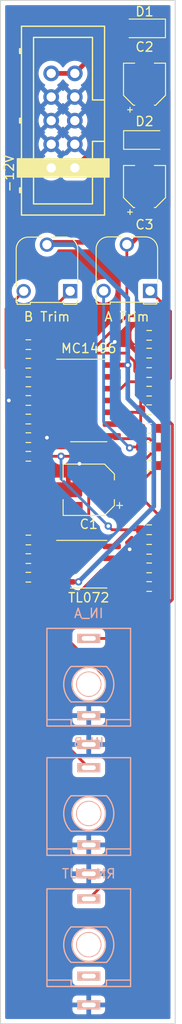
<source format=kicad_pcb>
(kicad_pcb (version 20210228) (generator pcbnew)
  (layers (0 "F.Cu" signal) (31 "B.Cu" signal) (34 "B.Paste" user) (35 "F.Paste" user) (36 "B.SilkS" user "B.Silkscreen") (37 "F.SilkS" user "F.Silkscreen") (38 "B.Mask" user) (39 "F.Mask" user) (44 "Edge.Cuts" user))
  (net 0 "")
  (net 1 "GND")
  (net 2 "Net-(C1-Pad1)")
  (net 3 "/A_IN")
  (net 4 "Net-(R16-Pad2)")
  (net 6 "+12V")
  (net 7 "VCC")
  (net 8 "Net-(R11-Pad1)")
  (net 9 "Net-(R3-Pad1)")
  (net 10 "Net-(R4-Pad2)")
  (net 11 "Net-(R4-Pad1)")
  (net 12 "Net-(R12-Pad1)")
  (net 13 "Net-(R13-Pad2)")
  (net 14 "Net-(R12-Pad2)")
  (net 15 "Net-(R15-Pad2)")
  (net 16 "Net-(R10-Pad2)")
  (net 17 "Net-(R10-Pad1)")
  (net 18 "Net-(R15-Pad1)")
  (net 19 "Net-(R16-Pad1)")
  (net 20 "Net-(R17-Pad2)")
  (net 21 "Net-(R20-Pad1)")
  (net 22 "Net-(R21-Pad2)")
  (net 23 "Net-(R21-Pad1)")
  (net 24 "VEE")
  (net 29 "Net-(U1-Pad2)")
  (net 30 "-12V")
  (net 31 "Net-(J3-Pad3)")
  (footprint "Resistor_SMD:R_0603_1608Metric_Pad0.98x0.95mm_HandSolder" (layer "F.Cu") (at 139 95 180)
    (fp_text reference "R12" hide)
    (fp_text value "15K")
    (fp_line (start -0.254724 -0.5225) (end 0.254724 -0.5225) (layer "F.SilkS") (width 0.12))
    (fp_line (start -0.254724 0.5225) (end 0.254724 0.5225) (layer "F.SilkS") (width 0.12))
    (pad "1" smd roundrect (at -0.9125 0 180) (size 0.975 0.95) (layers "F.Cu" "F.Paste" "F.Mask") (net 12 "Net-(R12-Pad1)"))
    (pad "2" smd roundrect (at 0.9125 0 180) (size 0.975 0.95) (layers "F.Cu" "F.Paste" "F.Mask") (net 14 "Net-(R12-Pad2)"))
  )
  (footprint "Package_SO:SOIC-14_3.9x8.7mm_P1.27mm" (layer "F.Cu") (at 145.5 80)
    (fp_text reference "U1" hide)
    (fp_text value "MC1496" (at 0 -5.6) (layer "F.SilkS"))
    (fp_line (start 0 -4.435) (end 1.95 -4.435) (layer "F.SilkS") (width 0.12))
    (fp_line (start 0 4.435) (end 1.95 4.435) (layer "F.SilkS") (width 0.12))
    (fp_line (start 0 -4.435) (end -3.45 -4.435) (layer "F.SilkS") (width 0.12))
    (fp_line (start 0 4.435) (end -1.95 4.435) (layer "F.SilkS") (width 0.12))
    (pad "1" smd roundrect (at -2.475 -3.81) (size 1.95 0.6) (layers "F.Cu" "F.Paste" "F.Mask") (net 22 "Net-(R21-Pad2)"))
    (pad "2" smd roundrect (at -2.475 -2.54) (size 1.95 0.6) (layers "F.Cu" "F.Paste" "F.Mask") (net 29 "Net-(U1-Pad2)"))
    (pad "3" smd roundrect (at -2.475 -1.27) (size 1.95 0.6) (layers "F.Cu" "F.Paste" "F.Mask") (net 29 "Net-(U1-Pad2)"))
    (pad "4" smd roundrect (at -2.475 0) (size 1.95 0.6) (layers "F.Cu" "F.Paste" "F.Mask") (net 19 "Net-(R16-Pad1)"))
    (pad "5" smd roundrect (at -2.475 1.27) (size 1.95 0.6) (layers "F.Cu" "F.Paste" "F.Mask") (net 20 "Net-(R17-Pad2)"))
    (pad "6" smd roundrect (at -2.475 2.54) (size 1.95 0.6) (layers "F.Cu" "F.Paste" "F.Mask") (net 14 "Net-(R12-Pad2)"))
    (pad "7" smd roundrect (at -2.475 3.81) (size 1.95 0.6) (layers "F.Cu" "F.Paste" "F.Mask"))
    (pad "8" smd roundrect (at 2.475 3.81) (size 1.95 0.6) (layers "F.Cu" "F.Paste" "F.Mask") (net 10 "Net-(R4-Pad2)"))
    (pad "9" smd roundrect (at 2.475 2.54) (size 1.95 0.6) (layers "F.Cu" "F.Paste" "F.Mask"))
    (pad "10" smd roundrect (at 2.475 1.27) (size 1.95 0.6) (layers "F.Cu" "F.Paste" "F.Mask") (net 8 "Net-(R11-Pad1)"))
    (pad "11" smd roundrect (at 2.475 0) (size 1.95 0.6) (layers "F.Cu" "F.Paste" "F.Mask"))
    (pad "12" smd roundrect (at 2.475 -1.27) (size 1.95 0.6) (layers "F.Cu" "F.Paste" "F.Mask") (net 15 "Net-(R15-Pad2)"))
    (pad "13" smd roundrect (at 2.475 -2.54) (size 1.95 0.6) (layers "F.Cu" "F.Paste" "F.Mask"))
    (pad "14" smd roundrect (at 2.475 -3.81) (size 1.95 0.6) (layers "F.Cu" "F.Paste" "F.Mask") (net 24 "VEE"))
  )
  (footprint "Resistor_SMD:R_0603_1608Metric_Pad0.98x0.95mm_HandSolder" (layer "F.Cu") (at 152 87)
    (fp_text reference "R5" hide)
    (fp_text value "2K7")
    (fp_line (start -0.254724 0.5225) (end 0.254724 0.5225) (layer "F.SilkS") (width 0.12))
    (fp_line (start -0.254724 -0.5225) (end 0.254724 -0.5225) (layer "F.SilkS") (width 0.12))
    (pad "1" smd roundrect (at -0.9125 0) (size 0.975 0.95) (layers "F.Cu" "F.Paste" "F.Mask") (net 10 "Net-(R4-Pad2)"))
    (pad "2" smd roundrect (at 0.9125 0) (size 0.975 0.95) (layers "F.Cu" "F.Paste" "F.Mask") (net 2 "Net-(C1-Pad1)"))
  )
  (footprint "Resistor_SMD:R_0603_1608Metric_Pad0.98x0.95mm_HandSolder" (layer "F.Cu") (at 139 76)
    (fp_text reference "R21" hide)
    (fp_text value "6K8")
    (fp_line (start -0.254724 -0.5225) (end 0.254724 -0.5225) (layer "F.SilkS") (width 0.12))
    (fp_line (start -0.254724 0.5225) (end 0.254724 0.5225) (layer "F.SilkS") (width 0.12))
    (pad "1" smd roundrect (at -0.9125 0) (size 0.975 0.95) (layers "F.Cu" "F.Paste" "F.Mask") (net 23 "Net-(R21-Pad1)"))
    (pad "2" smd roundrect (at 0.9125 0) (size 0.975 0.95) (layers "F.Cu" "F.Paste" "F.Mask") (net 22 "Net-(R21-Pad2)"))
  )
  (footprint "Resistor_SMD:R_0603_1608Metric_Pad0.98x0.95mm_HandSolder" (layer "F.Cu") (at 152 100)
    (fp_text reference "R14" hide)
    (fp_text value "470")
    (fp_line (start -0.254724 0.5225) (end 0.254724 0.5225) (layer "F.SilkS") (width 0.12))
    (fp_line (start -0.254724 -0.5225) (end 0.254724 -0.5225) (layer "F.SilkS") (width 0.12))
    (pad "1" smd roundrect (at -0.9125 0) (size 0.975 0.95) (layers "F.Cu" "F.Paste" "F.Mask") (net 31 "Net-(J3-Pad3)"))
    (pad "2" smd roundrect (at 0.9125 0) (size 0.975 0.95) (layers "F.Cu" "F.Paste" "F.Mask") (net 17 "Net-(R10-Pad1)"))
  )
  (footprint "Resistor_SMD:R_0603_1608Metric_Pad0.98x0.95mm_HandSolder" (layer "F.Cu") (at 139 99 180)
    (fp_text reference "R13" hide)
    (fp_text value "10K")
    (fp_line (start -0.254724 -0.5225) (end 0.254724 -0.5225) (layer "F.SilkS") (width 0.12))
    (fp_line (start -0.254724 0.5225) (end 0.254724 0.5225) (layer "F.SilkS") (width 0.12))
    (pad "1" smd roundrect (at -0.9125 0 180) (size 0.975 0.95) (layers "F.Cu" "F.Paste" "F.Mask") (net 16 "Net-(R10-Pad2)"))
    (pad "2" smd roundrect (at 0.9125 0 180) (size 0.975 0.95) (layers "F.Cu" "F.Paste" "F.Mask") (net 13 "Net-(R13-Pad2)"))
  )
  (footprint "Resistor_SMD:R_0603_1608Metric_Pad0.98x0.95mm_HandSolder" (layer "F.Cu") (at 152 74.91178)
    (fp_text reference "R18" hide)
    (fp_text value "15K")
    (fp_line (start -0.254724 -0.5225) (end 0.254724 -0.5225) (layer "F.SilkS") (width 0.12))
    (fp_line (start -0.254724 0.5225) (end 0.254724 0.5225) (layer "F.SilkS") (width 0.12))
    (pad "1" smd roundrect (at -0.9125 0) (size 0.975 0.95) (layers "F.Cu" "F.Paste" "F.Mask") (net 1 "GND"))
    (pad "2" smd roundrect (at 0.9125 0) (size 0.975 0.95) (layers "F.Cu" "F.Paste" "F.Mask") (net 18 "Net-(R15-Pad1)"))
  )
  (footprint "Capacitor_SMD:CP_Elec_4x5.8" (layer "F.Cu") (at 151.5 57 90)
    (fp_text reference "C3" (at -4.1 0 180) (layer "F.SilkS"))
    (fp_text value "22uF")
    (fp_line (start 2.26 -2.26) (end 2.26 -1.06) (layer "F.SilkS") (width 0.12))
    (fp_line (start -1.195563 2.26) (end 2.26 2.26) (layer "F.SilkS") (width 0.12))
    (fp_line (start -2.26 1.195563) (end -2.26 1.06) (layer "F.SilkS") (width 0.12))
    (fp_line (start -2.26 -1.195563) (end -1.195563 -2.26) (layer "F.SilkS") (width 0.12))
    (fp_line (start -2.26 -1.195563) (end -2.26 -1.06) (layer "F.SilkS") (width 0.12))
    (fp_line (start -1.195563 -2.26) (end 2.26 -2.26) (layer "F.SilkS") (width 0.12))
    (fp_line (start -3 -1.56) (end -2.5 -1.56) (layer "F.SilkS") (width 0.12))
    (fp_line (start -2.75 -1.81) (end -2.75 -1.31) (layer "F.SilkS") (width 0.12))
    (fp_line (start 2.26 2.26) (end 2.26 1.06) (layer "F.SilkS") (width 0.12))
    (fp_line (start -2.26 1.195563) (end -1.195563 2.26) (layer "F.SilkS") (width 0.12))
    (pad "1" smd roundrect (at -1.8 0 90) (size 2.6 1.6) (layers "F.Cu" "F.Paste" "F.Mask") (roundrect_rratio 0.15625) (net 24 "VEE"))
    (pad "2" smd roundrect (at 1.8 0 90) (size 2.6 1.6) (layers "F.Cu" "F.Paste" "F.Mask") (roundrect_rratio 0.15625) (net 1 "GND"))
  )
  (footprint "Diode_SMD:D_SOD-123" (layer "F.Cu") (at 151.5 40 180)
    (fp_text reference "D1" (at 0 1.8) (layer "F.SilkS"))
    (fp_text value "1N5819")
    (fp_line (start -2.25 1) (end 1.65 1) (layer "F.SilkS") (width 0.12))
    (fp_line (start -2.25 -1) (end -2.25 1) (layer "F.SilkS") (width 0.12))
    (fp_line (start -2.25 -1) (end 1.65 -1) (layer "F.SilkS") (width 0.12))
    (pad "1" smd roundrect (at -1.65 0 180) (size 0.9 1.2) (layers "F.Cu" "F.Paste" "F.Mask") (net 7 "VCC"))
    (pad "2" smd roundrect (at 1.65 0 180) (size 0.9 1.2) (layers "F.Cu" "F.Paste" "F.Mask") (net 6 "+12V"))
  )
  (footprint "Resistor_SMD:R_0603_1608Metric_Pad0.98x0.95mm_HandSolder" (layer "F.Cu") (at 139 97)
    (fp_text reference "R6" hide)
    (fp_text value "15K")
    (fp_line (start -0.254724 0.5225) (end 0.254724 0.5225) (layer "F.SilkS") (width 0.12))
    (fp_line (start -0.254724 -0.5225) (end 0.254724 -0.5225) (layer "F.SilkS") (width 0.12))
    (pad "1" smd roundrect (at -0.9125 0) (size 0.975 0.95) (layers "F.Cu" "F.Paste" "F.Mask") (net 13 "Net-(R13-Pad2)"))
    (pad "2" smd roundrect (at 0.9125 0) (size 0.975 0.95) (layers "F.Cu" "F.Paste" "F.Mask") (net 12 "Net-(R12-Pad1)"))
  )
  (footprint "Custom_Footprints:Eurorack_10_pin_header" (layer "F.Cu") (at 144 55 90)
    (fp_text reference "J4" hide)
    (fp_text value "Eurorack_10_pin_power")
    (fp_text user "-12V" (at -0.6 -7.0625 270) (layer "F.SilkS"))
    (fp_line (start 12.31 -5.94) (end 12.81 -5.94) (layer "F.SilkS") (width 0.15))
    (fp_line (start 12.31 -5.84) (end 12.81 -5.84) (layer "F.SilkS") (width 0.15))
    (fp_line (start 2.855 1.9) (end -3.87 1.9) (layer "F.SilkS") (width 0.15))
    (fp_line (start 12.81 -5.94) (end 12.81 -5.74) (layer "F.SilkS") (width 0.15))
    (fp_line (start -3.87 -4.44) (end 14.03 -4.44) (layer "F.SilkS") (width 0.15))
    (fp_line (start 7.305 1.9) (end 7.305 3.2) (layer "F.SilkS") (width 0.15))
    (fp_line (start 14.03 -4.44) (end 14.03 1.9) (layer "F.SilkS") (width 0.15))
    (fp_line (start 12.31 -5.74) (end 12.31 -5.94) (layer "F.SilkS") (width 0.15))
    (fp_line (start 14.03 1.9) (end 7.305 1.9) (layer "F.SilkS") (width 0.15))
    (fp_line (start -2.15 -5.94) (end -2.15 -5.74) (layer "F.SilkS") (width 0.15))
    (fp_line (start 2.855 3.2) (end 2.855 1.9) (layer "F.SilkS") (width 0.15))
    (fp_line (start -5.07 -5.74) (end 15.23 -5.74) (layer "F.SilkS") (width 0.15))
    (fp_line (start -2.65 -5.74) (end -2.65 -5.94) (layer "F.SilkS") (width 0.15))
    (fp_line (start 15.23 -5.74) (end 15.23 3.2) (layer "F.SilkS") (width 0.15))
    (fp_line (start 4.83 -5.84) (end 5.33 -5.84) (layer "F.SilkS") (width 0.15))
    (fp_line (start 4.83 -5.94) (end 5.33 -5.94) (layer "F.SilkS") (width 0.15))
    (fp_line (start -3.87 1.9) (end -3.87 -4.44) (layer "F.SilkS") (width 0.15))
    (fp_line (start -2.65 -5.84) (end -2.15 -5.84) (layer "F.SilkS") (width 0.15))
    (fp_line (start 15.23 3.2) (end -5.07 3.2) (layer "F.SilkS") (width 0.15))
    (fp_line (start -2.65 -5.94) (end -2.15 -5.94) (layer "F.SilkS") (width 0.15))
    (fp_line (start -5.07 3.2) (end -5.07 -5.74) (layer "F.SilkS") (width 0.15))
    (fp_line (start 5.33 -5.94) (end 5.33 -5.74) (layer "F.SilkS") (width 0.15))
    (fp_line (start 4.83 -5.74) (end 4.83 -5.94) (layer "F.SilkS") (width 0.15))
    (fp_poly (pts (xy -1 -6.2) (xy 1 -6.2) (xy 1 3.7) (xy -1 3.7)) (layer "F.SilkS") (width 0.1) (fill solid))
    (pad "1" thru_hole rect (at 0 0 90) (size 1.7 1.7) (drill 1) (layers *.Cu *.Mask) (net 30 "-12V"))
    (pad "2" thru_hole circle (at 0 -2.54 90) (size 1.7 1.7) (drill 1) (layers *.Cu *.Mask) (net 30 "-12V"))
    (pad "3" thru_hole circle (at 2.54 0 90) (size 1.7 1.7) (drill 1) (layers *.Cu *.Mask) (net 1 "GND"))
    (pad "4" thru_hole circle (at 2.54 -2.54 90) (size 1.7 1.7) (drill 1) (layers *.Cu *.Mask) (net 1 "GND"))
    (pad "5" thru_hole circle (at 5.08 0 90) (size 1.7 1.7) (drill 1) (layers *.Cu *.Mask) (net 1 "GND"))
    (pad "6" thru_hole circle (at 5.08 -2.54 90) (size 1.7 1.7) (drill 1) (layers *.Cu *.Mask) (net 1 "GND"))
    (pad "7" thru_hole circle (at 7.62 0 90) (size 1.7 1.7) (drill 1) (layers *.Cu *.Mask) (net 1 "GND"))
    (pad "8" thru_hole circle (at 7.62 -2.54 90) (size 1.7 1.7) (drill 1) (layers *.Cu *.Mask) (net 1 "GND"))
    (pad "9" thru_hole circle (at 10.16 0 90) (size 1.7 1.7) (drill 1) (layers *.Cu *.Mask) (net 6 "+12V"))
    (pad "10" thru_hole circle (at 10.16 -2.54 90) (size 1.7 1.7) (drill 1) (layers *.Cu *.Mask) (net 6 "+12V"))
  )
  (footprint "Resistor_SMD:R_0603_1608Metric_Pad0.98x0.95mm_HandSolder" (layer "F.Cu") (at 152 77)
    (fp_text reference "R15" hide)
    (fp_text value "15K")
    (fp_line (start -0.254724 -0.5225) (end 0.254724 -0.5225) (layer "F.SilkS") (width 0.12))
    (fp_line (start -0.254724 0.5225) (end 0.254724 0.5225) (layer "F.SilkS") (width 0.12))
    (pad "1" smd roundrect (at -0.9125 0) (size 0.975 0.95) (layers "F.Cu" "F.Paste" "F.Mask") (net 18 "Net-(R15-Pad1)"))
    (pad "2" smd roundrect (at 0.9125 0) (size 0.975 0.95) (layers "F.Cu" "F.Paste" "F.Mask") (net 15 "Net-(R15-Pad2)"))
  )
  (footprint "Package_SO:SOIC-8_3.9x4.9mm_P1.27mm" (layer "F.Cu") (at 145.5 97.6)
    (fp_text reference "U2" hide)
    (fp_text value "TL072" (at 0 3.6) (layer "F.SilkS"))
    (fp_line (start 0 -2.56) (end 1.95 -2.56) (layer "F.SilkS") (width 0.12))
    (fp_line (start 0 2.56) (end -1.95 2.56) (layer "F.SilkS") (width 0.12))
    (fp_line (start 0 2.56) (end 1.95 2.56) (layer "F.SilkS") (width 0.12))
    (fp_line (start 0 -2.56) (end -3.45 -2.56) (layer "F.SilkS") (width 0.12))
    (pad "1" smd roundrect (at -2.475 -1.905) (size 1.95 0.6) (layers "F.Cu" "F.Paste" "F.Mask") (net 13 "Net-(R13-Pad2)"))
    (pad "2" smd roundrect (at -2.475 -0.635) (size 1.95 0.6) (layers "F.Cu" "F.Paste" "F.Mask") (net 12 "Net-(R12-Pad1)"))
    (pad "3" smd roundrect (at -2.475 0.635) (size 1.95 0.6) (layers "F.Cu" "F.Paste" "F.Mask") (net 18 "Net-(R15-Pad1)"))
    (pad "4" smd roundrect (at -2.475 1.905) (size 1.95 0.6) (layers "F.Cu" "F.Paste" "F.Mask") (net 24 "VEE"))
    (pad "5" smd roundrect (at 2.475 1.905) (size 1.95 0.6) (layers "F.Cu" "F.Paste" "F.Mask") (net 1 "GND"))
    (pad "6" smd roundrect (at 2.475 0.635) (size 1.95 0.6) (layers "F.Cu" "F.Paste" "F.Mask") (net 16 "Net-(R10-Pad2)"))
    (pad "7" smd roundrect (at 2.475 -0.635) (size 1.95 0.6) (layers "F.Cu" "F.Paste" "F.Mask") (net 17 "Net-(R10-Pad1)"))
    (pad "8" smd roundrect (at 2.475 -1.905) (size 1.95 0.6) (layers "F.Cu" "F.Paste" "F.Mask") (net 7 "VCC"))
  )
  (footprint "Capacitor_SMD:CP_Elec_4x5.8" (layer "F.Cu") (at 151.5 46 90)
    (fp_text reference "C2" (at 4 0 180) (layer "F.SilkS"))
    (fp_text value "22uF")
    (fp_line (start -2.75 -1.81) (end -2.75 -1.31) (layer "F.SilkS") (width 0.12))
    (fp_line (start -2.26 1.195563) (end -1.195563 2.26) (layer "F.SilkS") (width 0.12))
    (fp_line (start -2.26 -1.195563) (end -2.26 -1.06) (layer "F.SilkS") (width 0.12))
    (fp_line (start -1.195563 2.26) (end 2.26 2.26) (layer "F.SilkS") (width 0.12))
    (fp_line (start -1.195563 -2.26) (end 2.26 -2.26) (layer "F.SilkS") (width 0.12))
    (fp_line (start 2.26 -2.26) (end 2.26 -1.06) (layer "F.SilkS") (width 0.12))
    (fp_line (start -2.26 1.195563) (end -2.26 1.06) (layer "F.SilkS") (width 0.12))
    (fp_line (start -2.26 -1.195563) (end -1.195563 -2.26) (layer "F.SilkS") (width 0.12))
    (fp_line (start 2.26 2.26) (end 2.26 1.06) (layer "F.SilkS") (width 0.12))
    (fp_line (start -3 -1.56) (end -2.5 -1.56) (layer "F.SilkS") (width 0.12))
    (pad "1" smd roundrect (at -1.8 0 90) (size 2.6 1.6) (layers "F.Cu" "F.Paste" "F.Mask") (roundrect_rratio 0.15625) (net 1 "GND"))
    (pad "2" smd roundrect (at 1.8 0 90) (size 2.6 1.6) (layers "F.Cu" "F.Paste" "F.Mask") (roundrect_rratio 0.15625) (net 7 "VCC"))
  )
  (footprint "Potentiometer_THT:Potentiometer_Runtron_RM-065_Vertical" (layer "F.Cu") (at 143.5 68.25 180)
    (fp_text reference "RV2" hide)
    (fp_text value "220")
    (fp_line (start -0.81 -1.21) (end -0.81 -0.96) (layer "F.SilkS") (width 0.12))
    (fp_line (start 1.99 5.81) (end 0.5 5.81) (layer "F.SilkS") (width 0.12))
    (fp_line (start 0.71 -1.21) (end 0.71 -1.41) (layer "F.SilkS") (width 0.12))
    (fp_line (start 5.81 0.52) (end 5.81 4.5) (layer "F.SilkS") (width 0.12))
    (fp_line (start 4.29 -1.21) (end 4.29 -1.41) (layer "F.SilkS") (width 0.12))
    (fp_line (start 5.71 -1.21) (end 5.81 -1.21) (layer "F.SilkS") (width 0.12))
    (fp_line (start -0.81 4.5) (end -0.81 0.96) (layer "F.SilkS") (width 0.12))
    (fp_line (start 5.81 -1.21) (end 5.81 -0.52) (layer "F.SilkS") (width 0.12))
    (fp_line (start 4.5 5.81) (end 3.01 5.81) (layer "F.SilkS") (width 0.12))
    (fp_line (start -0.71 -1.21) (end -0.81 -1.21) (layer "F.SilkS") (width 0.12))
    (fp_line (start 5.71 -1.41) (end 5.71 -1.21) (layer "F.SilkS") (width 0.12))
    (fp_line (start -0.71 -1.41) (end -0.71 -1.21) (layer "F.SilkS") (width 0.12))
    (fp_line (start -0.71 -1.41) (end 0.71 -1.41) (layer "F.SilkS") (width 0.12))
    (fp_line (start 4.29 -1.41) (end 5.71 -1.41) (layer "F.SilkS") (width 0.12))
    (fp_line (start 0.71 -1.21) (end 4.29 -1.21) (layer "F.SilkS") (width 0.12))
    (fp_arc (start 4.5 4.5) (end 4.5 5.81) (angle -90) (layer "F.SilkS") (width 0.12))
    (fp_arc (start 0.5 4.5) (end -0.81 4.5) (angle -90) (layer "F.SilkS") (width 0.12))
    (pad "1" thru_hole rect (at 0 0 180) (size 1.55 1.55) (drill 1) (layers *.Cu *.Mask) (net 23 "Net-(R21-Pad1)"))
    (pad "2" thru_hole circle (at 2.5 5 180) (size 1.55 1.55) (drill 1) (layers *.Cu *.Mask) (net 24 "VEE"))
    (pad "3" thru_hole circle (at 5 0 180) (size 1.55 1.55) (drill 1) (layers *.Cu *.Mask) (net 21 "Net-(R20-Pad1)"))
  )
  (footprint "Resistor_SMD:R_0603_1608Metric_Pad0.98x0.95mm_HandSolder" (layer "F.Cu") (at 139 86 180)
    (fp_text reference "R8" hide)
    (fp_text value "1K2")
    (fp_line (start -0.254724 -0.5225) (end 0.254724 -0.5225) (layer "F.SilkS") (width 0.12))
    (fp_line (start -0.254724 0.5225) (end 0.254724 0.5225) (layer "F.SilkS") (width 0.12))
    (pad "1" smd roundrect (at -0.9125 0 180) (size 0.975 0.95) (layers "F.Cu" "F.Paste" "F.Mask") (net 7 "VCC"))
    (pad "2" smd roundrect (at 0.9125 0 180) (size 0.975 0.95) (layers "F.Cu" "F.Paste" "F.Mask") (net 14 "Net-(R12-Pad2)"))
  )
  (footprint "Potentiometer_THT:Potentiometer_Runtron_RM-065_Vertical" (layer "F.Cu") (at 152.1 68.225 180)
    (fp_text reference "RV1" hide)
    (fp_text value "500")
    (fp_line (start -0.81 4.5) (end -0.81 0.96) (layer "F.SilkS") (width 0.12))
    (fp_line (start -0.81 -1.21) (end -0.81 -0.96) (layer "F.SilkS") (width 0.12))
    (fp_line (start 4.29 -1.21) (end 4.29 -1.41) (layer "F.SilkS") (width 0.12))
    (fp_line (start 5.71 -1.41) (end 5.71 -1.21) (layer "F.SilkS") (width 0.12))
    (fp_line (start 4.29 -1.41) (end 5.71 -1.41) (layer "F.SilkS") (width 0.12))
    (fp_line (start 0.71 -1.21) (end 4.29 -1.21) (layer "F.SilkS") (width 0.12))
    (fp_line (start 5.71 -1.21) (end 5.81 -1.21) (layer "F.SilkS") (width 0.12))
    (fp_line (start -0.71 -1.41) (end 0.71 -1.41) (layer "F.SilkS") (width 0.12))
    (fp_line (start 4.5 5.81) (end 3.01 5.81) (layer "F.SilkS") (width 0.12))
    (fp_line (start -0.71 -1.41) (end -0.71 -1.21) (layer "F.SilkS") (width 0.12))
    (fp_line (start 1.99 5.81) (end 0.5 5.81) (layer "F.SilkS") (width 0.12))
    (fp_line (start -0.71 -1.21) (end -0.81 -1.21) (layer "F.SilkS") (width 0.12))
    (fp_line (start 5.81 -1.21) (end 5.81 -0.52) (layer "F.SilkS") (width 0.12))
    (fp_line (start 5.81 0.52) (end 5.81 4.5) (layer "F.SilkS") (width 0.12))
    (fp_line (start 0.71 -1.21) (end 0.71 -1.41) (layer "F.SilkS") (width 0.12))
    (fp_arc (start 4.5 4.5) (end 4.5 5.81) (angle -90) (layer "F.SilkS") (width 0.12))
    (fp_arc (start 0.5 4.5) (end -0.81 4.5) (angle -90) (layer "F.SilkS") (width 0.12))
    (pad "1" thru_hole rect (at 0 0 180) (size 1.55 1.55) (drill 1) (layers *.Cu *.Mask) (net 9 "Net-(R3-Pad1)"))
    (pad "2" thru_hole circle (at 2.5 5 180) (size 1.55 1.55) (drill 1) (layers *.Cu *.Mask) (net 7 "VCC"))
    (pad "3" thru_hole circle (at 5 0 180) (size 1.55 1.55) (drill 1) (layers *.Cu *.Mask) (net 11 "Net-(R4-Pad1)"))
  )
  (footprint "Resistor_SMD:R_0603_1608Metric_Pad0.98x0.95mm_HandSolder" (layer "F.Cu") (at 139 84 180)
    (fp_text reference "R17" hide)
    (fp_text value "6K8")
    (fp_line (start -0.254724 -0.5225) (end 0.254724 -0.5225) (layer "F.SilkS") (width 0.12))
    (fp_line (start -0.254724 0.5225) (end 0.254724 0.5225) (layer "F.SilkS") (width 0.12))
    (pad "1" smd roundrect (at -0.9125 0 180) (size 0.975 0.95) (layers "F.Cu" "F.Paste" "F.Mask") (net 1 "GND"))
    (pad "2" smd roundrect (at 0.9125 0 180) (size 0.975 0.95) (layers "F.Cu" "F.Paste" "F.Mask") (net 20 "Net-(R17-Pad2)"))
  )
  (footprint "Diode_SMD:D_SOD-123" (layer "F.Cu") (at 151.5 52)
    (fp_text reference "D2" (at 0 -2) (layer "F.SilkS"))
    (fp_text value "1N5819")
    (fp_line (start -2.25 1) (end 1.65 1) (layer "F.SilkS") (width 0.12))
    (fp_line (start -2.25 -1) (end -2.25 1) (layer "F.SilkS") (width 0.12))
    (fp_line (start -2.25 -1) (end 1.65 -1) (layer "F.SilkS") (width 0.12))
    (pad "1" smd roundrect (at -1.65 0) (size 0.9 1.2) (layers "F.Cu" "F.Paste" "F.Mask") (net 30 "-12V"))
    (pad "2" smd roundrect (at 1.65 0) (size 0.9 1.2) (layers "F.Cu" "F.Paste" "F.Mask") (net 24 "VEE"))
  )
  (footprint "Resistor_SMD:R_0603_1608Metric_Pad0.98x0.95mm_HandSolder" (layer "F.Cu") (at 152 81)
    (fp_text reference "R11" hide)
    (fp_text value "180K")
    (fp_line (start -0.254724 0.5225) (end 0.254724 0.5225) (layer "F.SilkS") (width 0.12))
    (fp_line (start -0.254724 -0.5225) (end 0.254724 -0.5225) (layer "F.SilkS") (width 0.12))
    (pad "1" smd roundrect (at -0.9125 0) (size 0.975 0.95) (layers "F.Cu" "F.Paste" "F.Mask") (net 8 "Net-(R11-Pad1)"))
    (pad "2" smd roundrect (at 0.9125 0) (size 0.975 0.95) (layers "F.Cu" "F.Paste" "F.Mask") (net 3 "/A_IN"))
  )
  (footprint "Resistor_SMD:R_0603_1608Metric_Pad0.98x0.95mm_HandSolder" (layer "F.Cu") (at 152 96 180)
    (fp_text reference "R1" hide)
    (fp_text value "1K5")
    (fp_line (start -0.254724 -0.5225) (end 0.254724 -0.5225) (layer "F.SilkS") (width 0.12))
    (fp_line (start -0.254724 0.5225) (end 0.254724 0.5225) (layer "F.SilkS") (width 0.12))
    (pad "1" smd roundrect (at -0.9125 0 180) (size 0.975 0.95) (layers "F.Cu" "F.Paste" "F.Mask") (net 2 "Net-(C1-Pad1)"))
    (pad "2" smd roundrect (at 0.9125 0 180) (size 0.975 0.95) (layers "F.Cu" "F.Paste" "F.Mask") (net 1 "GND"))
  )
  (footprint "Resistor_SMD:R_0603_1608Metric_Pad0.98x0.95mm_HandSolder" (layer "F.Cu") (at 152 98 180)
    (fp_text reference "R10" hide)
    (fp_text value "68K")
    (fp_line (start -0.254724 -0.5225) (end 0.254724 -0.5225) (layer "F.SilkS") (width 0.12))
    (fp_line (start -0.254724 0.5225) (end 0.254724 0.5225) (layer "F.SilkS") (width 0.12))
    (pad "1" smd roundrect (at -0.9125 0 180) (size 0.975 0.95) (layers "F.Cu" "F.Paste" "F.Mask") (net 17 "Net-(R10-Pad1)"))
    (pad "2" smd roundrect (at 0.9125 0 180) (size 0.975 0.95) (layers "F.Cu" "F.Paste" "F.Mask") (net 16 "Net-(R10-Pad2)"))
  )
  (footprint "Resistor_SMD:R_0603_1608Metric_Pad0.98x0.95mm_HandSolder" (layer "F.Cu") (at 152 83)
    (fp_text reference "R7" hide)
    (fp_text value "2K7")
    (fp_line (start -0.254724 -0.5225) (end 0.254724 -0.5225) (layer "F.SilkS") (width 0.12))
    (fp_line (start -0.254724 0.5225) (end 0.254724 0.5225) (layer "F.SilkS") (width 0.12))
    (pad "1" smd roundrect (at -0.9125 0) (size 0.975 0.95) (layers "F.Cu" "F.Paste" "F.Mask") (net 8 "Net-(R11-Pad1)"))
    (pad "2" smd roundrect (at 0.9125 0) (size 0.975 0.95) (layers "F.Cu" "F.Paste" "F.Mask") (net 2 "Net-(C1-Pad1)"))
  )
  (footprint "Resistor_SMD:R_0603_1608Metric_Pad0.98x0.95mm_HandSolder" (layer "F.Cu") (at 139 74)
    (fp_text reference "R22" hide)
    (fp_text value "2K7")
    (fp_line (start -0.254724 0.5225) (end 0.254724 0.5225) (layer "F.SilkS") (width 0.12))
    (fp_line (start -0.254724 -0.5225) (end 0.254724 -0.5225) (layer "F.SilkS") (width 0.12))
    (pad "1" smd roundrect (at -0.9125 0) (size 0.975 0.95) (layers "F.Cu" "F.Paste" "F.Mask") (net 1 "GND"))
    (pad "2" smd roundrect (at 0.9125 0) (size 0.975 0.95) (layers "F.Cu" "F.Paste" "F.Mask") (net 22 "Net-(R21-Pad2)"))
  )
  (footprint "Resistor_SMD:R_0603_1608Metric_Pad0.98x0.95mm_HandSolder" (layer "F.Cu") (at 152 85)
    (fp_text reference "R4" hide)
    (fp_text value "12K")
    (fp_line (start -0.254724 -0.5225) (end 0.254724 -0.5225) (layer "F.SilkS") (width 0.12))
    (fp_line (start -0.254724 0.5225) (end 0.254724 0.5225) (layer "F.SilkS") (width 0.12))
    (pad "1" smd roundrect (at -0.9125 0) (size 0.975 0.95) (layers "F.Cu" "F.Paste" "F.Mask") (net 11 "Net-(R4-Pad1)"))
    (pad "2" smd roundrect (at 0.9125 0) (size 0.975 0.95) (layers "F.Cu" "F.Paste" "F.Mask") (net 10 "Net-(R4-Pad2)"))
  )
  (footprint "Resistor_SMD:R_0603_1608Metric_Pad0.98x0.95mm_HandSolder" (layer "F.Cu") (at 139 78)
    (fp_text reference "R20" hide)
    (fp_text value "6K8")
    (fp_line (start -0.254724 0.5225) (end 0.254724 0.5225) (layer "F.SilkS") (width 0.12))
    (fp_line (start -0.254724 -0.5225) (end 0.254724 -0.5225) (layer "F.SilkS") (width 0.12))
    (pad "1" smd roundrect (at -0.9125 0) (size 0.975 0.95) (layers "F.Cu" "F.Paste" "F.Mask") (net 21 "Net-(R20-Pad1)"))
    (pad "2" smd roundrect (at 0.9125 0) (size 0.975 0.95) (layers "F.Cu" "F.Paste" "F.Mask") (net 19 "Net-(R16-Pad1)"))
  )
  (footprint "Capacitor_SMD:CP_Elec_5x5.7" (layer "F.Cu") (at 145.5 89.6 180)
    (fp_text reference "C1" (at 0 -3.7) (layer "F.SilkS"))
    (fp_text value "100uF 16V")
    (fp_line (start 2.76 -2.76) (end 2.76 -1.06) (layer "F.SilkS") (width 0.12))
    (fp_line (start -1.695563 -2.76) (end 2.76 -2.76) (layer "F.SilkS") (width 0.12))
    (fp_line (start -2.76 1.695563) (end -2.76 1.06) (layer "F.SilkS") (width 0.12))
    (fp_line (start -2.76 1.695563) (end -1.695563 2.76) (layer "F.SilkS") (width 0.12))
    (fp_line (start 2.76 2.76) (end 2.76 1.06) (layer "F.SilkS") (width 0.12))
    (fp_line (start -2.76 -1.695563) (end -2.76 -1.06) (layer "F.SilkS") (width 0.12))
    (fp_line (start -3.625 -1.685) (end -3 -1.685) (layer "F.SilkS") (width 0.12))
    (fp_line (start -2.76 -1.695563) (end -1.695563 -2.76) (layer "F.SilkS") (width 0.12))
    (fp_line (start -1.695563 2.76) (end 2.76 2.76) (layer "F.SilkS") (width 0.12))
    (fp_line (start -3.3125 -1.9975) (end -3.3125 -1.3725) (layer "F.SilkS") (width 0.12))
    (pad "1" smd roundrect (at -2.2 0 180) (size 3 1.6) (layers "F.Cu" "F.Paste" "F.Mask") (roundrect_rratio 0.15625) (net 2 "Net-(C1-Pad1)"))
    (pad "2" smd roundrect (at 2.2 0 180) (size 3 1.6) (layers "F.Cu" "F.Paste" "F.Mask") (roundrect_rratio 0.15625) (net 1 "GND"))
  )
  (footprint "Resistor_SMD:R_0603_1608Metric_Pad0.98x0.95mm_HandSolder" (layer "F.Cu") (at 139 82 180)
    (fp_text reference "R16" hide)
    (fp_text value "180K")
    (fp_line (start -0.254724 -0.5225) (end 0.254724 -0.5225) (layer "F.SilkS") (width 0.12))
    (fp_line (start -0.254724 0.5225) (end 0.254724 0.5225) (layer "F.SilkS") (width 0.12))
    (pad "1" smd roundrect (at -0.9125 0 180) (size 0.975 0.95) (layers "F.Cu" "F.Paste" "F.Mask") (net 19 "Net-(R16-Pad1)"))
    (pad "2" smd roundrect (at 0.9125 0 180) (size 0.975 0.95) (layers "F.Cu" "F.Paste" "F.Mask") (net 4 "Net-(R16-Pad2)"))
  )
  (footprint "Resistor_SMD:R_0603_1608Metric_Pad0.98x0.95mm_HandSolder" (layer "F.Cu") (at 152 93.9)
    (fp_text reference "R2" hide)
    (fp_text value "1K5")
    (fp_line (start -0.254724 -0.5225) (end 0.254724 -0.5225) (layer "F.SilkS") (width 0.12))
    (fp_line (start -0.254724 0.5225) (end 0.254724 0.5225) (layer "F.SilkS") (width 0.12))
    (pad "1" smd roundrect (at -0.9125 0) (size 0.975 0.95) (layers "F.Cu" "F.Paste" "F.Mask") (net 7 "VCC"))
    (pad "2" smd roundrect (at 0.9125 0) (size 0.975 0.95) (layers "F.Cu" "F.Paste" "F.Mask") (net 2 "Net-(C1-Pad1)"))
  )
  (footprint "Resistor_SMD:R_0603_1608Metric_Pad0.98x0.95mm_HandSolder" (layer "F.Cu") (at 152 79 180)
    (fp_text reference "R3" hide)
    (fp_text value "12K")
    (fp_line (start -0.254724 -0.5225) (end 0.254724 -0.5225) (layer "F.SilkS") (width 0.12))
    (fp_line (start -0.254724 0.5225) (end 0.254724 0.5225) (layer "F.SilkS") (width 0.12))
    (pad "1" smd roundrect (at -0.9125 0 180) (size 0.975 0.95) (layers "F.Cu" "F.Paste" "F.Mask") (net 9 "Net-(R3-Pad1)"))
    (pad "2" smd roundrect (at 0.9125 0 180) (size 0.975 0.95) (layers "F.Cu" "F.Paste" "F.Mask") (net 8 "Net-(R11-Pad1)"))
  )
  (footprint "Resistor_SMD:R_0603_1608Metric_Pad0.98x0.95mm_HandSolder" (layer "F.Cu") (at 152 73 180)
    (fp_text reference "R9" hide)
    (fp_text value "1K2")
    (fp_line (start -0.254724 -0.5225) (end 0.254724 -0.5225) (layer "F.SilkS") (width 0.12))
    (fp_line (start -0.254724 0.5225) (end 0.254724 0.5225) (layer "F.SilkS") (width 0.12))
    (pad "1" smd roundrect (at -0.9125 0 180) (size 0.975 0.95) (layers "F.Cu" "F.Paste" "F.Mask") (net 7 "VCC"))
    (pad "2" smd roundrect (at 0.9125 0 180) (size 0.975 0.95) (layers "F.Cu" "F.Paste" "F.Mask") (net 15 "Net-(R15-Pad2)"))
  )
  (footprint "Resistor_SMD:R_0603_1608Metric_Pad0.98x0.95mm_HandSolder" (layer "F.Cu") (at 139 80)
    (fp_text reference "R19" hide)
    (fp_text value "2K7")
    (fp_line (start -0.254724 -0.5225) (end 0.254724 -0.5225) (layer "F.SilkS") (width 0.12))
    (fp_line (start -0.254724 0.5225) (end 0.254724 0.5225) (layer "F.SilkS") (width 0.12))
    (pad "1" smd roundrect (at -0.9125 0) (size 0.975 0.95) (layers "F.Cu" "F.Paste" "F.Mask") (net 1 "GND"))
    (pad "2" smd roundrect (at 0.9125 0) (size 0.975 0.95) (layers "F.Cu" "F.Paste" "F.Mask") (net 19 "Net-(R16-Pad1)"))
  )
  (footprint "Custom_Footprints:THONKICONN_hole" (layer "B.Cu") (at 145.5 138.5 180)
    (fp_text reference "J3" hide)
    (fp_text value "RM_OUT" (at 0 7.62) (layer "B.SilkS") (effects (justify mirror)))
    (fp_line (start -1.905 -4.445) (end 1.905 -4.445) (layer "B.SilkS") (width 0.15))
    (fp_line (start -1.905 1.905) (end 1.905 1.905) (layer "B.SilkS") (width 0.15))
    (fp_line (start -4.5 6) (end -4.5 -4.5) (layer "B.SilkS") (width 0.15))
    (fp_line (start 1.905 -1.905) (end -1.905 -1.905) (layer "B.SilkS") (width 0.15))
    (fp_line (start -4.445 -3.81) (end -1.905 -3.81) (layer "B.SilkS") (width 0.15))
    (fp_line (start 4.5 6) (end 4.5 -4.5) (layer "B.SilkS") (width 0.15))
    (fp_line (start -4.5 6) (end 4.5 6) (layer "B.SilkS") (width 0.15))
    (fp_line (start 1.905 -4.445) (end 1.905 -3.81) (layer "B.SilkS") (width 0.15))
    (fp_line (start -4.5 -4.5) (end 4.5 -4.5) (layer "B.SilkS") (width 0.15))
    (fp_line (start 1.905 -3.81) (end 4.445 -3.81) (layer "B.SilkS") (width 0.15))
    (fp_line (start -1.905 -3.81) (end -1.905 -4.445) (layer "B.SilkS") (width 0.15))
    (fp_arc (start 0 0) (end 1.905 1.905) (angle -90) (layer "B.SilkS") (width 0.15))
    (fp_arc (start 0 0) (end -1.905 -1.905) (angle -90) (layer "B.SilkS") (width 0.15))
    (fp_circle (center 0 0) (end 1.3 0) (layer "B.SilkS") (width 0.15) (fill none))
    (fp_circle (center 0 0) (end 1.27 -1.27) (layer "B.SilkS") (width 0.15) (fill none))
    (pad "" np_thru_hole circle (at 0 0 180) (size 2.5 2.5) (drill 2.5) (layers *.Cu *.Mask))
    (pad "1" thru_hole rect (at 0 -6.48 180) (size 2.5 1) (drill oval 1.5 0.5) (layers *.Cu *.Mask "B.SilkS") (net 1 "GND"))
    (pad "2" thru_hole rect (at 0 -3.38 180) (size 2.5 1) (drill oval 1.5 0.5) (layers *.Cu *.Mask "B.SilkS"))
    (pad "3" thru_hole rect (at 0 4.92 180) (size 2.5 1) (drill oval 1.5 0.5) (layers *.Cu *.Mask "B.SilkS") (net 31 "Net-(J3-Pad3)"))
  )
  (footprint "Custom_Footprints:THONKICONN_hole" (layer "B.Cu") (at 145.5 124.4 180)
    (fp_text reference "J2" hide)
    (fp_text value "IN_B" (at 0 7.62) (layer "B.SilkS") (effects (justify mirror)))
    (fp_line (start -4.5 6) (end -4.5 -4.5) (layer "B.SilkS") (width 0.15))
    (fp_line (start -1.905 -3.81) (end -1.905 -4.445) (layer "B.SilkS") (width 0.15))
    (fp_line (start 4.5 6) (end 4.5 -4.5) (layer "B.SilkS") (width 0.15))
    (fp_line (start -1.905 1.905) (end 1.905 1.905) (layer "B.SilkS") (width 0.15))
    (fp_line (start 1.905 -4.445) (end 1.905 -3.81) (layer "B.SilkS") (width 0.15))
    (fp_line (start 1.905 -3.81) (end 4.445 -3.81) (layer "B.SilkS") (width 0.15))
    (fp_line (start -4.445 -3.81) (end -1.905 -3.81) (layer "B.SilkS") (width 0.15))
    (fp_line (start -4.5 -4.5) (end 4.5 -4.5) (layer "B.SilkS") (width 0.15))
    (fp_line (start 1.905 -1.905) (end -1.905 -1.905) (layer "B.SilkS") (width 0.15))
    (fp_line (start -1.905 -4.445) (end 1.905 -4.445) (layer "B.SilkS") (width 0.15))
    (fp_line (start -4.5 6) (end 4.5 6) (layer "B.SilkS") (width 0.15))
    (fp_arc (start 0 0) (end -1.905 -1.905) (angle -90) (layer "B.SilkS") (width 0.15))
    (fp_arc (start 0 0) (end 1.905 1.905) (angle -90) (layer "B.SilkS") (width 0.15))
    (fp_circle (center 0 0) (end 1.3 0) (layer "B.SilkS") (width 0.15) (fill none))
    (fp_circle (center 0 0) (end 1.27 -1.27) (layer "B.SilkS") (width 0.15) (fill none))
    (pad "" np_thru_hole circle (at 0 0 180) (size 2.5 2.5) (drill 2.5) (layers *.Cu *.Mask))
    (pad "1" thru_hole rect (at 0 -6.48 180) (size 2.5 1) (drill oval 1.5 0.5) (layers *.Cu *.Mask "B.SilkS") (net 1 "GND"))
    (pad "2" thru_hole rect (at 0 -3.38 180) (size 2.5 1) (drill oval 1.5 0.5) (layers *.Cu *.Mask "B.SilkS") (net 1 "GND"))
    (pad "3" thru_hole rect (at 0 4.92 180) (size 2.5 1) (drill oval 1.5 0.5) (layers *.Cu *.Mask "B.SilkS") (net 4 "Net-(R16-Pad2)"))
  )
  (footprint "Custom_Footprints:THONKICONN_hole" (layer "B.Cu") (at 145.5 110.5 180)
    (fp_text reference "J1" hide)
    (fp_text value "IN_A" (at 0 7.62) (layer "B.SilkS") (effects (justify mirror)))
    (fp_line (start -1.905 1.905) (end 1.905 1.905) (layer "B.SilkS") (width 0.15))
    (fp_line (start -4.5 -4.5) (end 4.5 -4.5) (layer "B.SilkS") (width 0.15))
    (fp_line (start -1.905 -4.445) (end 1.905 -4.445) (layer "B.SilkS") (width 0.15))
    (fp_line (start 1.905 -3.81) (end 4.445 -3.81) (layer "B.SilkS") (width 0.15))
    (fp_line (start -4.5 6) (end 4.5 6) (layer "B.SilkS") (width 0.15))
    (fp_line (start 1.905 -4.445) (end 1.905 -3.81) (layer "B.SilkS") (width 0.15))
    (fp_line (start 4.5 6) (end 4.5 -4.5) (layer "B.SilkS") (width 0.15))
    (fp_line (start -1.905 -3.81) (end -1.905 -4.445) (layer "B.SilkS") (width 0.15))
    (fp_line (start -4.5 6) (end -4.5 -4.5) (layer "B.SilkS") (width 0.15))
    (fp_line (start 1.905 -1.905) (end -1.905 -1.905) (layer "B.SilkS") (width 0.15))
    (fp_line (start -4.445 -3.81) (end -1.905 -3.81) (layer "B.SilkS") (width 0.15))
    (fp_arc (start 0 0) (end 1.905 1.905) (angle -90) (layer "B.SilkS") (width 0.15))
    (fp_arc (start 0 0) (end -1.905 -1.905) (angle -90) (layer "B.SilkS") (width 0.15))
    (fp_circle (center 0 0) (end 1.3 0) (layer "B.SilkS") (width 0.15) (fill none))
    (fp_circle (center 0 0) (end 1.27 -1.27) (layer "B.SilkS") (width 0.15) (fill none))
    (pad "" np_thru_hole circle (at 0 0 180) (size 2.5 2.5) (drill 2.5) (layers *.Cu *.Mask))
    (pad "1" thru_hole rect (at 0 -6.48 180) (size 2.5 1) (drill oval 1.5 0.5) (layers *.Cu *.Mask "B.SilkS") (net 1 "GND"))
    (pad "2" thru_hole rect (at 0 -3.38 180) (size 2.5 1) (drill oval 1.5 0.5) (layers *.Cu *.Mask "B.SilkS") (net 1 "GND"))
    (pad "3" thru_hole rect (at 0 4.92 180) (size 2.5 1) (drill oval 1.5 0.5) (layers *.Cu *.Mask "B.SilkS") (net 3 "/A_IN"))
  )
  (gr_rect (start 136 37) (end 154.8 147) (layer "Edge.Cuts") (width 0.1) (fill none))
  (gr_text "A Trim" (at 149.6 71) (layer "F.SilkS") (effects (font (size 1 1))))
  (gr_text "B Trim" (at 141 71) (layer "F.SilkS") (effects (font (size 1 1))))
  (segment (start 151.0875 74.91178) (end 150.81178 74.91178) (width 0.5) (layer "F.Cu") (net 1))
  (segment (start 150.81178 74.91178) (end 149.6 73.7) (width 0.5) (layer "F.Cu") (net 1))
  (segment (start 149.6 73.7) (end 148.3 73.7) (width 0.5) (layer "F.Cu") (net 1))
  (via (at 141 84) (size 0.8) (drill 0.4) (layers "F.Cu" "B.Cu") (net 1))
  (via (at 149.9 96) (size 0.8) (drill 0.4) (layers "F.Cu" "B.Cu") (net 1))
  (via (at 144.5 86.8) (size 0.8) (drill 0.4) (layers "F.Cu" "B.Cu") (net 1))
  (via (at 148.3 73.7) (size 0.8) (drill 0.4) (layers "F.Cu" "B.Cu") (net 1))
  (via (at 136.9 80) (size 0.8) (drill 0.4) (layers "F.Cu" "B.Cu") (net 1))
  (segment (start 150.3125 89.6) (end 147.7 89.6) (width 0.3) (layer "F.Cu") (net 2))
  (segment (start 152.9125 93.9) (end 152.9125 92.2) (width 0.3) (layer "F.Cu") (net 2))
  (segment (start 152.9125 93.9) (end 152.9125 96) (width 0.3) (layer "F.Cu") (net 2))
  (segment (start 153.9 86.0125) (end 152.9125 87) (width 0.3) (layer "F.Cu") (net 2))
  (segment (start 153.9 83.9875) (end 153.9 86.0125) (width 0.3) (layer "F.Cu") (net 2))
  (segment (start 152.9125 87) (end 150.3125 89.6) (width 0.3) (layer "F.Cu") (net 2))
  (segment (start 152.9125 92.2) (end 150.3125 89.6) (width 0.3) (layer "F.Cu") (net 2))
  (segment (start 152.9125 83) (end 153.9 83.9875) (width 0.3) (layer "F.Cu") (net 2))
  (segment (start 150.32 105.58) (end 154.5 101.4) (width 0.3) (layer "F.Cu") (net 3))
  (segment (start 154.5 82.5875) (end 152.9125 81) (width 0.3) (layer "F.Cu") (net 3))
  (segment (start 154.5 101.4) (end 154.5 82.5875) (width 0.3) (layer "F.Cu") (net 3))
  (segment (start 145.5 105.58) (end 150.32 105.58) (width 0.3) (layer "F.Cu") (net 3))
  (segment (start 136.8 110.78) (end 136.8 83.2875) (width 0.3) (layer "F.Cu") (net 4))
  (segment (start 145.5 119.48) (end 136.8 110.78) (width 0.3) (layer "F.Cu") (net 4))
  (segment (start 136.8 83.2875) (end 138.0875 82) (width 0.3) (layer "F.Cu") (net 4))
  (segment (start 141.46 44.84) (end 144 44.84) (width 0.5) (layer "F.Cu") (net 6))
  (segment (start 144 44.84) (end 148.84 40) (width 0.5) (layer "F.Cu") (net 6))
  (segment (start 148.84 40) (end 149.85 40) (width 0.5) (layer "F.Cu") (net 6))
  (segment (start 144.9 85) (end 144.9 75.592864) (width 0.3) (layer "F.Cu") (net 7))
  (segment (start 148.992864 71.5) (end 149.592864 70.9) (width 0.3) (layer "F.Cu") (net 7))
  (segment (start 153.15 42.55) (end 151.5 44.2) (width 0.5) (layer "F.Cu") (net 7))
  (segment (start 142.517136 86) (end 143.9 86) (width 0.3) (layer "F.Cu") (net 7))
  (segment (start 149.77 93.9) (end 148 93.9) (width 0.3) (layer "F.Cu") (net 7))
  (segment (start 150.8125 70.9) (end 152.9125 73) (width 0.3) (layer "F.Cu") (net 7))
  (segment (start 154.050011 59.145181) (end 149.970192 63.225) (width 0.5) (layer "F.Cu") (net 7))
  (segment (start 139.9125 86) (end 142.517136 86) (width 0.3) (layer "F.Cu") (net 7))
  (segment (start 149.77 93.9) (end 147.975 95.695) (width 0.3) (layer "F.Cu") (net 7))
  (segment (start 149.970192 63.225) (end 149.6 63.225) (width 0.5) (layer "F.Cu") (net 7))
  (segment (start 143.9 86) (end 144.9 85) (width 0.3) (layer "F.Cu") (net 7))
  (segment (start 144.9 75.592864) (end 148.992864 71.5) (width 0.3) (layer "F.Cu") (net 7))
  (segment (start 153.15 40) (end 153.15 42.55) (width 0.5) (layer "F.Cu") (net 7))
  (segment (start 149.6 70.892864) (end 149.6 63.225) (width 0.3) (layer "F.Cu") (net 7))
  (segment (start 151.5 44.2) (end 154.050011 46.750011) (width 0.5) (layer "F.Cu") (net 7))
  (segment (start 151.0875 93.9) (end 149.77 93.9) (width 0.3) (layer "F.Cu") (net 7))
  (segment (start 154.050011 46.750011) (end 154.050011 59.145181) (width 0.5) (layer "F.Cu") (net 7))
  (segment (start 148.992864 71.5) (end 149.6 70.892864) (width 0.3) (layer "F.Cu") (net 7))
  (segment (start 148 93.9) (end 147.6 93.5) (width 0.3) (layer "F.Cu") (net 7))
  (segment (start 149.592864 70.9) (end 150.8125 70.9) (width 0.3) (layer "F.Cu") (net 7))
  (via (at 142.517136 86) (size 0.8) (drill 0.4) (layers "F.Cu" "B.Cu") (net 7))
  (via (at 147.6 93.5) (size 0.8) (drill 0.4) (layers "F.Cu" "B.Cu") (net 7))
  (segment (start 142.517136 88.417136) (end 142.517136 86) (width 0.3) (layer "B.Cu") (net 7))
  (segment (start 147.6 93.5) (end 142.517136 88.417136) (width 0.3) (layer "B.Cu") (net 7))
  (segment (start 147.975 81.27) (end 150.8175 81.27) (width 0.3) (layer "F.Cu") (net 8))
  (segment (start 150.8175 81.27) (end 151.0875 81) (width 0.3) (layer "F.Cu") (net 8))
  (segment (start 151.0875 81) (end 151.0875 79) (width 0.3) (layer "F.Cu") (net 8))
  (segment (start 151.0875 83) (end 151.0875 81) (width 0.3) (layer "F.Cu") (net 8))
  (segment (start 154.3 77.6125) (end 154.3 70.425) (width 0.3) (layer "F.Cu") (net 9))
  (segment (start 154.3 70.425) (end 152.1 68.225) (width 0.3) (layer "F.Cu") (net 9))
  (segment (start 152.9125 79) (end 154.3 77.6125) (width 0.3) (layer "F.Cu") (net 9))
  (segment (start 148.275 84.11) (end 152.0225 84.11) (width 0.3) (layer "F.Cu") (net 10))
  (segment (start 151.0875 86.825) (end 152.9125 85) (width 0.3) (layer "F.Cu") (net 10))
  (segment (start 152.0225 84.11) (end 152.9125 85) (width 0.3) (layer "F.Cu") (net 10))
  (segment (start 147.975 83.81) (end 148.275 84.11) (width 0.3) (layer "F.Cu") (net 10))
  (segment (start 151.0875 87) (end 151.0875 86.825) (width 0.3) (layer "F.Cu") (net 10))
  (segment (start 151.0875 85) (end 150 85) (width 0.3) (layer "F.Cu") (net 11))
  (segment (start 150 85) (end 149.9 85.1) (width 0.3) (layer "F.Cu") (net 11))
  (via (at 149.9 85.1) (size 0.8) (drill 0.4) (layers "F.Cu" "B.Cu") (net 11))
  (segment (start 149.9 85.1) (end 147.1 82.3) (width 0.3) (layer "B.Cu") (net 11))
  (segment (start 147.1 82.3) (end 147.1 68.225) (width 0.3) (layer "B.Cu") (net 11))
  (segment (start 139.9125 97) (end 142.99 97) (width 0.3) (layer "F.Cu") (net 12))
  (segment (start 142.99 97) (end 143.025 96.965) (width 0.3) (layer "F.Cu") (net 12))
  (segment (start 139.9125 95) (end 139.9125 97) (width 0.3) (layer "F.Cu") (net 12))
  (segment (start 138.0875 96.9125) (end 139.07498 95.92502) (width 0.3) (layer "F.Cu") (net 13))
  (segment (start 139.6 93.8) (end 141.13 93.8) (width 0.3) (layer "F.Cu") (net 13))
  (segment (start 141.13 93.8) (end 143.025 95.695) (width 0.3) (layer "F.Cu") (net 13))
  (segment (start 138.0875 97) (end 138.0875 99) (width 0.3) (layer "F.Cu") (net 13))
  (segment (start 139.07498 95.92502) (end 139.07498 94.32502) (width 0.3) (layer "F.Cu") (net 13))
  (segment (start 138.0875 97) (end 138.0875 96.9125) (width 0.3) (layer "F.Cu") (net 13))
  (segment (start 139.07498 94.32502) (end 139.6 93.8) (width 0.3) (layer "F.Cu") (net 13))
  (segment (start 143.025 82.54) (end 143.437136 82.54) (width 0.3) (layer "F.Cu") (net 14))
  (segment (start 144.35002 84.44998) (end 143.7 85.1) (width 0.3) (layer "F.Cu") (net 14))
  (segment (start 138.1 86.0125) (end 138.1 94.9875) (width 0.3) (layer "F.Cu") (net 14))
  (segment (start 143.7 85.1) (end 138.9875 85.1) (width 0.3) (layer "F.Cu") (net 14))
  (segment (start 144.35002 83.452884) (end 144.35002 84.44998) (width 0.3) (layer "F.Cu") (net 14))
  (segment (start 138.0875 86) (end 138.1 86.0125) (width 0.3) (layer "F.Cu") (net 14))
  (segment (start 138.9875 85.1) (end 138.0875 86) (width 0.3) (layer "F.Cu") (net 14))
  (segment (start 138.1 94.9875) (end 138.0875 95) (width 0.3) (layer "F.Cu") (net 14))
  (segment (start 143.437136 82.54) (end 144.35002 83.452884) (width 0.3) (layer "F.Cu") (net 14))
  (segment (start 153.32502 73.82502) (end 151.91252 73.82502) (width 0.3) (layer "F.Cu") (net 15))
  (segment (start 151.92502 77.98748) (end 149.69252 77.98748) (width 0.3) (layer "F.Cu") (net 15))
  (segment (start 152.9125 77) (end 153.75002 76.16248) (width 0.3) (layer "F.Cu") (net 15))
  (segment (start 152.9125 77) (end 151.92502 77.98748) (width 0.3) (layer "F.Cu") (net 15))
  (segment (start 148.95 78.73) (end 147.975 78.73) (width 0.3) (layer "F.Cu") (net 15))
  (segment (start 153.75002 74.25002) (end 153.32502 73.82502) (width 0.3) (layer "F.Cu") (net 15))
  (segment (start 151.91252 73.82502) (end 151.0875 73) (width 0.3) (layer "F.Cu") (net 15))
  (segment (start 149.69252 77.98748) (end 148.95 78.73) (width 0.3) (layer "F.Cu") (net 15))
  (segment (start 153.75002 76.16248) (end 153.75002 74.25002) (width 0.3) (layer "F.Cu") (net 15))
  (segment (start 148.01 98.2) (end 147.975 98.235) (width 0.3) (layer "F.Cu") (net 16))
  (segment (start 144.1 101) (end 141.9125 101) (width 0.3) (layer "F.Cu") (net 16))
  (segment (start 141.9125 101) (end 139.9125 99) (width 0.3) (layer "F.Cu") (net 16))
  (segment (start 150.8875 98.2) (end 148.01 98.2) (width 0.3) (layer "F.Cu") (net 16))
  (segment (start 151.0875 98) (end 150.8875 98.2) (width 0.3) (layer "F.Cu") (net 16))
  (segment (start 146.865 98.235) (end 144.1 101) (width 0.3) (layer "F.Cu") (net 16))
  (segment (start 147.975 98.235) (end 146.865 98.235) (width 0.3) (layer "F.Cu") (net 16))
  (segment (start 152.9125 100) (end 152.9125 98) (width 0.3) (layer "F.Cu") (net 17))
  (segment (start 152.9125 98) (end 151.8775 96.965) (width 0.3) (layer "F.Cu") (net 17))
  (segment (start 151.8775 96.965) (end 147.975 96.965) (width 0.3) (layer "F.Cu") (net 17))
  (segment (start 150.450011 75.839994) (end 149.521797 74.91178) (width 0.3) (layer "F.Cu") (net 18))
  (segment (start 150.6 77) (end 150.450011 76.850011) (width 0.3) (layer "F.Cu") (net 18))
  (segment (start 149.521797 74.91178) (end 146.28822 74.91178) (width 0.3) (layer "F.Cu") (net 18))
  (segment (start 151.0875 77) (end 150.6 77) (width 0.3) (layer "F.Cu") (net 18))
  (segment (start 150.450011 76.850011) (end 150.450011 75.839994) (width 0.3) (layer "F.Cu") (net 18))
  (segment (start 144 98.235) (end 145.5 96.735) (width 0.3) (layer "F.Cu") (net 18))
  (segment (start 145.5 75.7) (end 146.28822 74.91178) (width 0.3) (layer "F.Cu") (net 18))
  (segment (start 152.9125 74.91178) (end 152.9125 75.175) (width 0.3) (layer "F.Cu") (net 18))
  (segment (start 145.5 96.735) (end 145.5 75.7) (width 0.3) (layer "F.Cu") (net 18))
  (segment (start 143.025 98.235) (end 144 98.235) (width 0.3) (layer "F.Cu") (net 18))
  (segment (start 152.9125 75.175) (end 151.0875 77) (width 0.3) (layer "F.Cu") (net 18))
  (segment (start 139.9125 80) (end 139.9125 82) (width 0.3) (layer "F.Cu") (net 19))
  (segment (start 139.9125 78) (end 139.9125 80) (width 0.3) (layer "F.Cu") (net 19))
  (segment (start 139.9125 80) (end 143.025 80) (width 0.3) (layer "F.Cu") (net 19))
  (segment (start 139.1875 82.9) (end 140.33088 82.9) (width 0.3) (layer "F.Cu") (net 20))
  (segment (start 140.33088 82.9) (end 141.96088 81.27) (width 0.3) (layer "F.Cu") (net 20))
  (segment (start 141.96088 81.27) (end 143.025 81.27) (width 0.3) (layer "F.Cu") (net 20))
  (segment (start 138.0875 84) (end 139.1875 82.9) (width 0.3) (layer "F.Cu") (net 20))
  (segment (start 136.6 70.15) (end 138.5 68.25) (width 0.3) (layer "F.Cu") (net 21))
  (segment (start 138.0875 78) (end 136.6 76.5125) (width 0.3) (layer "F.Cu") (net 21))
  (segment (start 136.6 76.5125) (end 136.6 70.15) (width 0.3) (layer "F.Cu") (net 21))
  (segment (start 140.1025 76.19) (end 139.9125 76) (width 0.3) (layer "F.Cu") (net 22))
  (segment (start 139.9125 74) (end 139.9125 76) (width 0.3) (layer "F.Cu") (net 22))
  (segment (start 143.025 76.19) (end 140.1025 76.19) (width 0.3) (layer "F.Cu") (net 22))
  (segment (start 139 72.75) (end 143.5 68.25) (width 0.3) (layer "F.Cu") (net 23))
  (segment (start 138.0875 76) (end 139 75.0875) (width 0.3) (layer "F.Cu") (net 23))
  (segment (start 139 75.0875) (end 139 72.75) (width 0.3) (layer "F.Cu") (net 23))
  (segment (start 144.4 99.5) (end 143.03 99.5) (width 0.5) (layer "F.Cu") (net 24))
  (segment (start 147.975 76.19) (end 149.69 76.19) (width 0.5) (layer "F.Cu") (net 24))
  (segment (start 141.25 63) (end 141 63.25) (width 0.5) (layer "F.Cu") (net 24))
  (segment (start 143.03 99.5) (end 143.025 99.505) (width 0.5) (layer "F.Cu") (net 24))
  (segment (start 153.15 57.15) (end 151.5 58.8) (width 0.5) (layer "F.Cu") (net 24))
  (segment (start 153.15 52) (end 153.15 57.15) (width 0.5) (layer "F.Cu") (net 24))
  (segment (start 151.5 58.8) (end 147.3 63) (width 0.5) (layer "F.Cu") (net 24))
  (segment (start 147.3 63) (end 141.25 63) (width 0.5) (layer "F.Cu") (net 24))
  (segment (start 149.69 76.19) (end 149.7 76.2) (width 0.5) (layer "F.Cu") (net 24))
  (via (at 144.4 99.5) (size 0.8) (drill 0.4) (layers "F.Cu" "B.Cu") (net 24))
  (via (at 149.7 76.2) (size 0.8) (drill 0.4) (layers "F.Cu" "B.Cu") (net 24))
  (segment (start 152.5 82.6) (end 152.5 91.4) (width 0.5) (layer "B.Cu") (net 24))
  (segment (start 141 63.25) (end 143.938017 63.25) (width 0.5) (layer "B.Cu") (net 24))
  (segment (start 143.938017 63.25) (end 149.7 69.011983) (width 0.5) (layer "B.Cu") (net 24))
  (segment (start 149.7 69.011983) (end 149.7 76.2) (width 0.5) (layer "B.Cu") (net 24))
  (segment (start 149.7 76.2) (end 149.7 79.8) (width 0.5) (layer "B.Cu") (net 24))
  (segment (start 149.7 79.8) (end 152.5 82.6) (width 0.5) (layer "B.Cu") (net 24))
  (segment (start 152.5 91.4) (end 144.4 99.5) (width 0.5) (layer "B.Cu") (net 24))
  (segment (start 143.025 77.46) (end 143.025 78.73) (width 0.3) (layer "F.Cu") (net 29))
  (segment (start 147 52) (end 144 55) (width 0.5) (layer "F.Cu") (net 30))
  (segment (start 141.46 55) (end 144 55) (width 0.5) (layer "F.Cu") (net 30))
  (segment (start 149.85 52) (end 147 52) (width 0.5) (layer "F.Cu") (net 30))
  (segment (start 145.5 133.58) (end 148.9 130.18) (width 0.3) (layer "F.Cu") (net 31))
  (segment (start 148.9 111.36002) (end 143.4 105.86002) (width 0.3) (layer "F.Cu") (net 31))
  (segment (start 143.4 104.3) (end 145 102.7) (width 0.3) (layer "F.Cu") (net 31))
  (segment (start 148.9 130.18) (end 148.9 111.36002) (width 0.3) (layer "F.Cu") (net 31))
  (segment (start 145 102.7) (end 148.3875 102.7) (width 0.3) (layer "F.Cu") (net 31))
  (segment (start 143.4 105.86002) (end 143.4 104.3) (width 0.3) (layer "F.Cu") (net 31))
  (segment (start 148.3875 102.7) (end 151.0875 100) (width 0.3) (layer "F.Cu") (net 31))
  (zone (net 1) (net_name "GND") (layers F&B.Cu) (connect_pads (clearance 0.508)) (min_thickness 0.254) (fill yes (thermal_gap 0.508) (thermal_bridge_width 0.508))
    (polygon (pts (xy 154.8 147) (xy 136 147) (xy 136 37) (xy 154.8 37)))
  )
)
</source>
